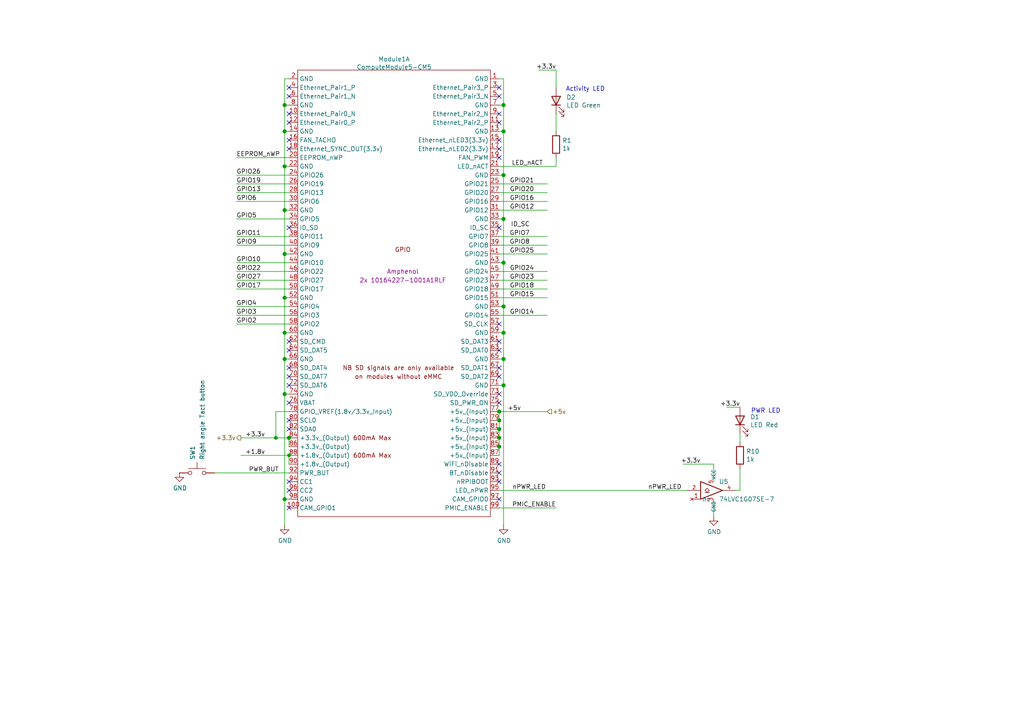
<source format=kicad_sch>
(kicad_sch (version 20231120) (generator "eeschema") (generator_version "8.0")
  (paper "A4")
  (title_block (title "Compute Module 5 IO Board - GPIO - Ethernet") (rev "1") (company "Copyright © 2024 Raspberry Pi Ltd.") (comment 1 "www.raspberrypi.com"))
  (lib_symbols
    (symbol "CM5IO:74LVC1G07_copy"
      (property "Reference" "U" (at -2.54 3.81 0))
      (property "Value" "74LVC1G07_copy" (at 0 -3.81 0))
      (symbol "74LVC1G07_copy_0_1"
        (polyline (pts (xy -2.54 -0.635) (xy -1.27 -0.635)))
        (polyline (pts (xy -3.81 2.54) (xy -3.81 -2.54) (xy 2.54 0) (xy -3.81 2.54)) (stroke (width 0.254)))
        (polyline (pts (xy -1.905 0.635) (xy -2.54 0) (xy -1.905 -0.635) (xy -1.27 0) (xy -1.905 0.635)))
      )
      (symbol "74LVC1G07_copy_1_1"
        (pin no_connect line (at -6.35 -2.54 0) (length 2.54) (name "nc") (number "1"))
        (pin input line (at -7.62 0 0) (length 3.81) (name "~") (number "2"))
        (pin power_in line (at 0 -2.54 270) (length 0) (name "GND") (number "3"))
        (pin open_collector line (at 6.35 0 180) (length 3.81) (name "~") (number "4"))
        (pin power_in line (at 0 2.54 90) (length 0) (name "VCC") (number "5"))
      )
    )
    (symbol "CM5IO:ComputeModule5-CM5"
      (property "Reference" "Module" (at 113.03 -68.58 0))
      (property "Value" "ComputeModule5-CM5" (at 140.97 2.54 0))
      (property "Field4" "Amphenol" (at 0 0 0))
      (property "Field5" "2x 10164227-1001A1RLF" (at 0 -2.54 0))
      (symbol "ComputeModule5-CM5_1_0"
        (text "GPIO" (at 0 6.35 0) (effects (font (size 1.27 1.27))))
      )
      (symbol "ComputeModule5-CM5_1_1"
        (rectangle (start -30.48 -71.12) (end 25.4 58.42))
        (text "600mA Max" (at -8.89 -53.34 0) (effects (font (size 1.27 1.27))))
        (text "600mA Max" (at -8.89 -48.26 0) (effects (font (size 1.27 1.27))))
        (text "NB SD signals are only available" (at -1.27 -27.94 0) (effects (font (size 1.27 1.27))))
        (text "on modules without eMMC" (at -1.27 -30.48 0) (effects (font (size 1.27 1.27))))
        (pin power_in line (at 27.94 55.88 180) (length 2.54) (name "GND") (number "1"))
        (pin passive line (at -33.02 45.72 0) (length 2.54) (name "Ethernet_Pair0_N") (number "10"))
        (pin passive line (at -33.02 -68.58 0) (length 2.54) (name "CAM_GPIO1") (number "100"))
        (pin passive line (at 27.94 43.18 180) (length 2.54) (name "Ethernet_Pair2_P") (number "11"))
        (pin passive line (at -33.02 43.18 0) (length 2.54) (name "Ethernet_Pair0_P") (number "12"))
        (pin power_in line (at 27.94 40.64 180) (length 2.54) (name "GND") (number "13"))
        (pin power_in line (at -33.02 40.64 0) (length 2.54) (name "GND") (number "14"))
        (pin output line (at 27.94 38.1 180) (length 2.54) (name "Ethernet_nLED3(3.3v)") (number "15"))
        (pin input line (at -33.02 38.1 0) (length 2.54) (name "FAN_TACHO") (number "16"))
        (pin output line (at 27.94 35.56 180) (length 2.54) (name "Ethernet_nLED2(3.3v)") (number "17"))
        (pin input line (at -33.02 35.56 0) (length 2.54) (name "Ethernet_SYNC_OUT(3.3v)") (number "18"))
        (pin output line (at 27.94 33.02 180) (length 2.54) (name "FAN_PWM") (number "19"))
        (pin power_in line (at -33.02 55.88 0) (length 2.54) (name "GND") (number "2"))
        (pin passive line (at -33.02 33.02 0) (length 2.54) (name "EEPROM_nWP") (number "20"))
        (pin open_collector line (at 27.94 30.48 180) (length 2.54) (name "LED_nACT") (number "21"))
        (pin power_in line (at -33.02 30.48 0) (length 2.54) (name "GND") (number "22"))
        (pin power_in line (at 27.94 27.94 180) (length 2.54) (name "GND") (number "23"))
        (pin passive line (at -33.02 27.94 0) (length 2.54) (name "GPIO26") (number "24"))
        (pin passive line (at 27.94 25.4 180) (length 2.54) (name "GPIO21") (number "25"))
        (pin passive line (at -33.02 25.4 0) (length 2.54) (name "GPIO19") (number "26"))
        (pin passive line (at 27.94 22.86 180) (length 2.54) (name "GPIO20") (number "27"))
        (pin passive line (at -33.02 22.86 0) (length 2.54) (name "GPIO13") (number "28"))
        (pin passive line (at 27.94 20.32 180) (length 2.54) (name "GPIO16") (number "29"))
        (pin passive line (at 27.94 53.34 180) (length 2.54) (name "Ethernet_Pair3_P") (number "3"))
        (pin passive line (at -33.02 20.32 0) (length 2.54) (name "GPIO6") (number "30"))
        (pin passive line (at 27.94 17.78 180) (length 2.54) (name "GPIO12") (number "31"))
        (pin power_in line (at -33.02 17.78 0) (length 2.54) (name "GND") (number "32"))
        (pin power_in line (at 27.94 15.24 180) (length 2.54) (name "GND") (number "33"))
        (pin passive line (at -33.02 15.24 0) (length 2.54) (name "GPIO5") (number "34"))
        (pin passive line (at 27.94 12.7 180) (length 2.54) (name "ID_SC") (number "35"))
        (pin passive line (at -33.02 12.7 0) (length 2.54) (name "ID_SD") (number "36"))
        (pin passive line (at 27.94 10.16 180) (length 2.54) (name "GPIO7") (number "37"))
        (pin passive line (at -33.02 10.16 0) (length 2.54) (name "GPIO11") (number "38"))
        (pin passive line (at 27.94 7.62 180) (length 2.54) (name "GPIO8") (number "39"))
        (pin passive line (at -33.02 53.34 0) (length 2.54) (name "Ethernet_Pair1_P") (number "4"))
        (pin passive line (at -33.02 7.62 0) (length 2.54) (name "GPIO9") (number "40"))
        (pin passive line (at 27.94 5.08 180) (length 2.54) (name "GPIO25") (number "41"))
        (pin power_in line (at -33.02 5.08 0) (length 2.54) (name "GND") (number "42"))
        (pin power_in line (at 27.94 2.54 180) (length 2.54) (name "GND") (number "43"))
        (pin passive line (at -33.02 2.54 0) (length 2.54) (name "GPIO10") (number "44"))
        (pin passive line (at 27.94 0 180) (length 2.54) (name "GPIO24") (number "45"))
        (pin passive line (at -33.02 0 0) (length 2.54) (name "GPIO22") (number "46"))
        (pin passive line (at 27.94 -2.54 180) (length 2.54) (name "GPIO23") (number "47"))
        (pin passive line (at -33.02 -2.54 0) (length 2.54) (name "GPIO27") (number "48"))
        (pin passive line (at 27.94 -5.08 180) (length 2.54) (name "GPIO18") (number "49"))
        (pin passive line (at 27.94 50.8 180) (length 2.54) (name "Ethernet_Pair3_N") (number "5"))
        (pin passive line (at -33.02 -5.08 0) (length 2.54) (name "GPIO17") (number "50"))
        (pin passive line (at 27.94 -7.62 180) (length 2.54) (name "GPIO15") (number "51"))
        (pin power_in line (at -33.02 -7.62 0) (length 2.54) (name "GND") (number "52"))
        (pin power_in line (at 27.94 -10.16 180) (length 2.54) (name "GND") (number "53"))
        (pin passive line (at -33.02 -10.16 0) (length 2.54) (name "GPIO4") (number "54"))
        (pin passive line (at 27.94 -12.7 180) (length 2.54) (name "GPIO14") (number "55"))
        (pin passive line (at -33.02 -12.7 0) (length 2.54) (name "GPIO3") (number "56"))
        (pin passive line (at 27.94 -15.24 180) (length 2.54) (name "SD_CLK") (number "57"))
        (pin passive line (at -33.02 -15.24 0) (length 2.54) (name "GPIO2") (number "58"))
        (pin power_in line (at 27.94 -17.78 180) (length 2.54) (name "GND") (number "59"))
        (pin passive line (at -33.02 50.8 0) (length 2.54) (name "Ethernet_Pair1_N") (number "6"))
        (pin power_in line (at -33.02 -17.78 0) (length 2.54) (name "GND") (number "60"))
        (pin passive line (at 27.94 -20.32 180) (length 2.54) (name "SD_DAT3") (number "61"))
        (pin passive line (at -33.02 -20.32 0) (length 2.54) (name "SD_CMD") (number "62"))
        (pin passive line (at 27.94 -22.86 180) (length 2.54) (name "SD_DAT0") (number "63"))
        (pin passive line (at -33.02 -22.86 0) (length 2.54) (name "SD_DAT5") (number "64"))
        (pin power_in line (at 27.94 -25.4 180) (length 2.54) (name "GND") (number "65"))
        (pin power_in line (at -33.02 -25.4 0) (length 2.54) (name "GND") (number "66"))
        (pin passive line (at 27.94 -27.94 180) (length 2.54) (name "SD_DAT1") (number "67"))
        (pin passive line (at -33.02 -27.94 0) (length 2.54) (name "SD_DAT4") (number "68"))
        (pin passive line (at 27.94 -30.48 180) (length 2.54) (name "SD_DAT2") (number "69"))
        (pin power_in line (at 27.94 48.26 180) (length 2.54) (name "GND") (number "7"))
        (pin passive line (at -33.02 -30.48 0) (length 2.54) (name "SD_DAT7") (number "70"))
        (pin power_in line (at 27.94 -33.02 180) (length 2.54) (name "GND") (number "71"))
        (pin passive line (at -33.02 -33.02 0) (length 2.54) (name "SD_DAT6") (number "72"))
        (pin input line (at 27.94 -35.56 180) (length 2.54) (name "SD_VDD_Override") (number "73"))
        (pin power_in line (at -33.02 -35.56 0) (length 2.54) (name "GND") (number "74"))
        (pin output line (at 27.94 -38.1 180) (length 2.54) (name "SD_PWR_ON") (number "75"))
        (pin passive line (at -33.02 -38.1 0) (length 2.54) (name "VBAT") (number "76"))
        (pin power_in line (at 27.94 -40.64 180) (length 2.54) (name "+5v_(Input)") (number "77"))
        (pin power_in line (at -33.02 -40.64 0) (length 2.54) (name "GPIO_VREF(1.8v/3.3v_Input)") (number "78"))
        (pin power_in line (at 27.94 -43.18 180) (length 2.54) (name "+5v_(Input)") (number "79"))
        (pin power_in line (at -33.02 48.26 0) (length 2.54) (name "GND") (number "8"))
        (pin passive line (at -33.02 -43.18 0) (length 2.54) (name "SCL0") (number "80"))
        (pin power_in line (at 27.94 -45.72 180) (length 2.54) (name "+5v_(Input)") (number "81"))
        (pin passive line (at -33.02 -45.72 0) (length 2.54) (name "SDA0") (number "82"))
        (pin power_in line (at 27.94 -48.26 180) (length 2.54) (name "+5v_(Input)") (number "83"))
        (pin power_out line (at -33.02 -48.26 0) (length 2.54) (name "+3.3v_(Output)") (number "84"))
        (pin power_in line (at 27.94 -50.8 180) (length 2.54) (name "+5v_(Input)") (number "85"))
        (pin passive line (at -33.02 -50.8 0) (length 2.54) (name "+3.3v_(Output)") (number "86"))
        (pin power_in line (at 27.94 -53.34 180) (length 2.54) (name "+5v_(Input)") (number "87"))
        (pin power_out line (at -33.02 -53.34 0) (length 2.54) (name "+1.8v_(Output)") (number "88"))
        (pin input line (at 27.94 -55.88 180) (length 2.54) (name "WiFi_nDisable") (number "89"))
        (pin passive line (at 27.94 45.72 180) (length 2.54) (name "Ethernet_Pair2_N") (number "9"))
        (pin passive line (at -33.02 -55.88 0) (length 2.54) (name "+1.8v_(Output)") (number "90"))
        (pin input line (at 27.94 -58.42 180) (length 2.54) (name "BT_nDisable") (number "91"))
        (pin passive line (at -33.02 -58.42 0) (length 2.54) (name "PWR_BUT") (number "92"))
        (pin input line (at 27.94 -60.96 180) (length 2.54) (name "nRPIBOOT") (number "93"))
        (pin passive line (at -33.02 -60.96 0) (length 2.54) (name "CC1") (number "94"))
        (pin output line (at 27.94 -63.5 180) (length 2.54) (name "LED_nPWR") (number "95"))
        (pin passive line (at -33.02 -63.5 0) (length 2.54) (name "CC2") (number "96"))
        (pin passive line (at 27.94 -66.04 180) (length 2.54) (name "CAM_GPIO0") (number "97"))
        (pin power_in line (at -33.02 -66.04 0) (length 2.54) (name "GND") (number "98"))
        (pin input line (at 27.94 -68.58 180) (length 2.54) (name "PMIC_ENABLE") (number "99"))
      )
      (symbol "ComputeModule5-CM5_2_1"
        (rectangle (start 114.3 -66.04) (end 165.1 63.5))
        (text "High Speed Serial" (at 140.97 0 0) (effects (font (size 1.27 1.27))))
        (pin input line (at 170.18 60.96 180) (length 5.08) (name "USB_OTG_ID") (number "101"))
        (pin input line (at 109.22 60.96 0) (length 5.08) (name "PCIe_nCLKREQ") (number "102"))
        (pin passive line (at 170.18 58.42 180) (length 5.08) (name "USB2_N") (number "103"))
        (pin input line (at 109.22 58.42 0) (length 5.08) (name "PCIE_nWAKE") (number "104"))
        (pin passive line (at 170.18 55.88 180) (length 5.08) (name "USB2_P") (number "105"))
        (pin output line (at 109.22 55.88 0) (length 5.08) (name "PCIE_PWR_EN") (number "106"))
        (pin power_in line (at 170.18 53.34 180) (length 5.08) (name "GND") (number "107"))
        (pin power_in line (at 109.22 53.34 0) (length 5.08) (name "GND") (number "108"))
        (pin output line (at 170.18 50.8 180) (length 5.08) (name "PCIe_nRST") (number "109"))
        (pin output line (at 109.22 50.8 0) (length 5.08) (name "PCIe_CLK_P") (number "110"))
        (pin output line (at 170.18 48.26 180) (length 5.08) (name "VBUS_EN") (number "111"))
        (pin output line (at 109.22 48.26 0) (length 5.08) (name "PCIe_CLK_N") (number "112"))
        (pin power_in line (at 170.18 45.72 180) (length 5.08) (name "GND") (number "113"))
        (pin power_in line (at 109.22 45.72 0) (length 5.08) (name "GND") (number "114"))
        (pin input line (at 170.18 43.18 180) (length 5.08) (name "MIPI0_D0_N") (number "115"))
        (pin input line (at 109.22 43.18 0) (length 5.08) (name "PCIe_RX_P") (number "116"))
        (pin input line (at 170.18 40.64 180) (length 5.08) (name "MIPI0_D0_P") (number "117"))
        (pin input line (at 109.22 40.64 0) (length 5.08) (name "PCIe_RX_N") (number "118"))
        (pin power_in line (at 170.18 38.1 180) (length 5.08) (name "GND") (number "119"))
        (pin power_in line (at 109.22 38.1 0) (length 5.08) (name "GND") (number "120"))
        (pin input line (at 170.18 35.56 180) (length 5.08) (name "MIPI0_D1_N") (number "121"))
        (pin output line (at 109.22 35.56 0) (length 5.08) (name "PCIe_TX_P") (number "122"))
        (pin input line (at 170.18 33.02 180) (length 5.08) (name "MIPI0_D1_P") (number "123"))
        (pin output line (at 109.22 33.02 0) (length 5.08) (name "PCIe_TX_N") (number "124"))
        (pin power_in line (at 170.18 30.48 180) (length 5.08) (name "GND") (number "125"))
        (pin power_in line (at 109.22 30.48 0) (length 5.08) (name "GND") (number "126"))
        (pin input line (at 170.18 27.94 180) (length 5.08) (name "MIPI0_C_N") (number "127"))
        (pin input line (at 109.22 27.94 0) (length 5.08) (name "USB3-0-RX_N") (number "128"))
        (pin input line (at 170.18 25.4 180) (length 5.08) (name "MIPI0_C_P") (number "129"))
        (pin input line (at 109.22 25.4 0) (length 5.08) (name "USB3-0-RX_P") (number "130"))
        (pin power_in line (at 170.18 22.86 180) (length 5.08) (name "GND") (number "131"))
        (pin power_in line (at 109.22 22.86 0) (length 5.08) (name "GND") (number "132"))
        (pin input line (at 170.18 20.32 180) (length 5.08) (name "MIPI0_D2_N") (number "133"))
        (pin passive line (at 109.22 20.32 0) (length 5.08) (name "USB3-0-D_P") (number "134"))
        (pin input line (at 170.18 17.78 180) (length 5.08) (name "MIPI0_D2_P") (number "135"))
        (pin passive line (at 109.22 17.78 0) (length 5.08) (name "USB3-0-D_N") (number "136"))
        (pin power_in line (at 170.18 15.24 180) (length 5.08) (name "GND") (number "137"))
        (pin power_in line (at 109.22 15.24 0) (length 5.08) (name "GND") (number "138"))
        (pin input line (at 170.18 12.7 180) (length 5.08) (name "MIPI0_D3_N") (number "139"))
        (pin output line (at 109.22 12.7 0) (length 5.08) (name "USB3-0-TX_N") (number "140"))
        (pin input line (at 170.18 10.16 180) (length 5.08) (name "MIPI0_D3_P") (number "141"))
        (pin output line (at 109.22 10.16 0) (length 5.08) (name "USB3-0-TX_P") (number "142"))
        (pin input line (at 170.18 7.62 180) (length 5.08) (name "HDMI1_HOTPLUG") (number "143"))
        (pin power_in line (at 109.22 7.62 0) (length 5.08) (name "GND") (number "144"))
        (pin bidirectional line (at 170.18 5.08 180) (length 5.08) (name "HDMI1_SDA") (number "145"))
        (pin output line (at 109.22 5.08 0) (length 5.08) (name "HDMI1_TX2_P") (number "146"))
        (pin open_collector line (at 170.18 2.54 180) (length 5.08) (name "HDMI1_SCL") (number "147"))
        (pin output line (at 109.22 2.54 0) (length 5.08) (name "HDMI1_TX2_N") (number "148"))
        (pin open_collector line (at 170.18 0 180) (length 5.08) (name "HDMI1_CEC") (number "149"))
        (pin power_in line (at 109.22 0 0) (length 5.08) (name "GND") (number "150"))
        (pin open_collector line (at 170.18 -2.54 180) (length 5.08) (name "HDMI0_CEC") (number "151"))
        (pin output line (at 109.22 -2.54 0) (length 5.08) (name "HDMI1_TX1_P") (number "152"))
        (pin input line (at 170.18 -5.08 180) (length 5.08) (name "HDMI0_HOTPLUG") (number "153"))
        (pin output line (at 109.22 -5.08 0) (length 5.08) (name "HDMI1_TX1_N") (number "154"))
        (pin power_in line (at 170.18 -7.62 180) (length 5.08) (name "GND") (number "155"))
        (pin power_in line (at 109.22 -7.62 0) (length 5.08) (name "GND") (number "156"))
        (pin input line (at 170.18 -10.16 180) (length 5.08) (name "USB3-1-RX_N") (number "157"))
        (pin output line (at 109.22 -10.16 0) (length 5.08) (name "HDMI1_TX0_P") (number "158"))
        (pin input line (at 170.18 -12.7 180) (length 5.08) (name "USB3-1-RX_P") (number "159"))
        (pin output line (at 109.22 -12.7 0) (length 5.08) (name "HDMI1_TX0_N") (number "160"))
        (pin power_in line (at 170.18 -15.24 180) (length 5.08) (name "GND") (number "161"))
        (pin power_in line (at 109.22 -15.24 0) (length 5.08) (name "GND") (number "162"))
        (pin passive line (at 170.18 -17.78 180) (length 5.08) (name "USB3-1-D_P") (number "163"))
        (pin output line (at 109.22 -17.78 0) (length 5.08) (name "HDMI1_CLK_P") (number "164"))
        (pin passive line (at 170.18 -20.32 180) (length 5.08) (name "USB3-1-D_N") (number "165"))
        (pin output line (at 109.22 -20.32 0) (length 5.08) (name "HDMI1_CLK_N") (number "166"))
        (pin power_in line (at 170.18 -22.86 180) (length 5.08) (name "GND") (number "167"))
        (pin power_in line (at 109.22 -22.86 0) (length 5.08) (name "GND") (number "168"))
        (pin output line (at 170.18 -25.4 180) (length 5.08) (name "USB3-1-TX_N") (number "169"))
        (pin output line (at 109.22 -25.4 0) (length 5.08) (name "HDMI0_TX2_P") (number "170"))
        (pin output line (at 170.18 -27.94 180) (length 5.08) (name "USB3-1-TX_P") (number "171"))
        (pin output line (at 109.22 -27.94 0) (length 5.08) (name "HDMI0_TX2_N") (number "172"))
        (pin power_in line (at 170.18 -30.48 180) (length 5.08) (name "GND") (number "173"))
        (pin power_in line (at 109.22 -30.48 0) (length 5.08) (name "GND") (number "174"))
        (pin output line (at 170.18 -33.02 180) (length 5.08) (name "MIPI1_D0_N") (number "175"))
        (pin output line (at 109.22 -33.02 0) (length 5.08) (name "HDMI0_TX1_P") (number "176"))
        (pin output line (at 170.18 -35.56 180) (length 5.08) (name "MIPI1_D0_P") (number "177"))
        (pin output line (at 109.22 -35.56 0) (length 5.08) (name "HDMI0_TX1_N") (number "178"))
        (pin power_in line (at 170.18 -38.1 180) (length 5.08) (name "GND") (number "179"))
        (pin power_in line (at 109.22 -38.1 0) (length 5.08) (name "GND") (number "180"))
        (pin output line (at 170.18 -40.64 180) (length 5.08) (name "MIPI1_D1_N") (number "181"))
        (pin output line (at 109.22 -40.64 0) (length 5.08) (name "HDMI0_TX0_P") (number "182"))
        (pin output line (at 170.18 -43.18 180) (length 5.08) (name "MIPI1_D1_P") (number "183"))
        (pin output line (at 109.22 -43.18 0) (length 5.08) (name "HDMI0_TX0_N") (number "184"))
        (pin power_in line (at 170.18 -45.72 180) (length 5.08) (name "GND") (number "185"))
        (pin power_in line (at 109.22 -45.72 0) (length 5.08) (name "GND") (number "186"))
        (pin output line (at 170.18 -48.26 180) (length 5.08) (name "MIPI1_C_N") (number "187"))
        (pin output line (at 109.22 -48.26 0) (length 5.08) (name "HDMI0_CLK_P") (number "188"))
        (pin output line (at 170.18 -50.8 180) (length 5.08) (name "MIPI1_C_P") (number "189"))
        (pin output line (at 109.22 -50.8 0) (length 5.08) (name "HDMI0_CLK_N") (number "190"))
        (pin power_in line (at 170.18 -53.34 180) (length 5.08) (name "GND") (number "191"))
        (pin power_in line (at 109.22 -53.34 0) (length 5.08) (name "GND") (number "192"))
        (pin output line (at 170.18 -55.88 180) (length 5.08) (name "MIPI1_D2_N") (number "193"))
        (pin output line (at 109.22 -55.88 0) (length 5.08) (name "MIPI1_D3_N") (number "194"))
        (pin output line (at 170.18 -58.42 180) (length 5.08) (name "MIPI1_D2_P") (number "195"))
        (pin output line (at 109.22 -58.42 0) (length 5.08) (name "MIPI1_D3_P") (number "196"))
        (pin power_in line (at 170.18 -60.96 180) (length 5.08) (name "GND") (number "197"))
        (pin power_in line (at 109.22 -60.96 0) (length 5.08) (name "GND") (number "198"))
        (pin bidirectional line (at 170.18 -63.5 180) (length 5.08) (name "HDMI0_SDA") (number "199"))
        (pin open_collector line (at 109.22 -63.5 0) (length 5.08) (name "HDMI0_SCL") (number "200"))
      )
    )
    (symbol "Device:LED" (pin_numbers hide) (pin_names (offset 1.016) hide)
      (property "Reference" "D" (at 0 2.54 0))
      (property "Value" "LED" (at 0 -2.54 0))
      (symbol "LED_0_1"
        (polyline (pts (xy -1.27 -1.27) (xy -1.27 1.27)) (stroke (width 0.254)))
        (polyline (pts (xy -1.27 0) (xy 1.27 0)))
        (polyline (pts (xy 1.27 -1.27) (xy 1.27 1.27) (xy -1.27 0) (xy 1.27 -1.27)) (stroke (width 0.254)))
        (polyline (pts (xy -3.048 -0.762) (xy -4.572 -2.286) (xy -3.81 -2.286) (xy -4.572 -2.286) (xy -4.572 -1.524)))
        (polyline (pts (xy -1.778 -0.762) (xy -3.302 -2.286) (xy -2.54 -2.286) (xy -3.302 -2.286) (xy -3.302 -1.524)))
      )
      (symbol "LED_1_1"
        (pin passive line (at -3.81 0 0) (length 2.54) (name "K") (number "1"))
        (pin passive line (at 3.81 0 180) (length 2.54) (name "A") (number "2"))
      )
    )
    (symbol "Device:R" (pin_numbers hide) (pin_names (offset 0))
      (property "Reference" "R" (at 2.032 0 90))
      (property "Value" "R" (at 0 0 90))
      (symbol "R_0_1"
        (rectangle (start -1.016 -2.54) (end 1.016 2.54) (stroke (width 0.254)))
      )
      (symbol "R_1_1"
        (pin passive line (at 0 3.81 270) (length 1.27) (name "~") (number "1"))
        (pin passive line (at 0 -3.81 90) (length 1.27) (name "~") (number "2"))
      )
    )
    (symbol "LED_1" (pin_numbers hide) (pin_names (offset 1.016) hide)
      (property "Reference" "D" (at 0 2.54 0))
      (property "Value" "LED" (at 0 -2.54 0))
      (symbol "LED_1_0_1"
        (polyline (pts (xy -1.27 -1.27) (xy -1.27 1.27)) (stroke (width 0.254)))
        (polyline (pts (xy -1.27 0) (xy 1.27 0)))
        (polyline (pts (xy 1.27 -1.27) (xy 1.27 1.27) (xy -1.27 0) (xy 1.27 -1.27)) (stroke (width 0.254)))
        (polyline (pts (xy -3.048 -0.762) (xy -4.572 -2.286) (xy -3.81 -2.286) (xy -4.572 -2.286) (xy -4.572 -1.524)))
        (polyline (pts (xy -1.778 -0.762) (xy -3.302 -2.286) (xy -2.54 -2.286) (xy -3.302 -2.286) (xy -3.302 -1.524)))
      )
      (symbol "LED_1_1_1"
        (pin passive line (at -3.81 0 0) (length 2.54) (name "K") (number "1"))
        (pin passive line (at 3.81 0 180) (length 2.54) (name "A") (number "2"))
      )
    )
    (symbol "Switch:SW_Push" (pin_numbers hide) (pin_names (offset 1.016) hide)
      (property "Reference" "SW" (at 1.27 2.54 0))
      (property "Value" "SW_Push" (at 0 -1.524 0))
      (symbol "SW_Push_0_1"
        (circle (center -2.032 0) (radius 0.508))
        (polyline (pts (xy 0 1.27) (xy 0 3.048)))
        (polyline (pts (xy 2.54 1.27) (xy -2.54 1.27)))
        (circle (center 2.032 0) (radius 0.508))
        (pin passive line (at -5.08 0 0) (length 2.54) (name "1") (number "1"))
        (pin passive line (at 5.08 0 180) (length 2.54) (name "2") (number "2"))
      )
    )
    (symbol "power:GND" (power) (pin_numbers hide) (pin_names (offset 0) hide)
      (property "Value" "GND" (at 0 -3.81 0))
      (symbol "GND_0_1"
        (polyline (pts (xy 0 0) (xy 0 -1.27) (xy 1.27 -1.27) (xy 0 -2.54) (xy -1.27 -1.27) (xy 0 -1.27)))
      )
      (symbol "GND_1_1"
        (pin power_in line (at 0 0 270) (length 0) (name "~") (number "1"))
      )
    )
  )
  (junction (at 146.05 38.1) (diameter 1.016))
  (junction (at 146.05 30.48) (diameter 1.016))
  (junction (at 146.05 104.14) (diameter 1.016))
  (junction (at 82.55 114.3) (diameter 1.016))
  (junction (at 82.55 48.26) (diameter 1.016))
  (junction (at 144.78 127) (diameter 1.016))
  (junction (at 82.55 73.66) (diameter 1.016))
  (junction (at 144.78 124.46) (diameter 1.016))
  (junction (at 82.55 144.78) (diameter 1.016))
  (junction (at 82.55 60.96) (diameter 1.016))
  (junction (at 146.05 63.5) (diameter 1.016))
  (junction (at 82.55 96.52) (diameter 1.016))
  (junction (at 144.78 119.38) (diameter 1.016))
  (junction (at 146.05 96.52) (diameter 1.016))
  (junction (at 146.05 88.9) (diameter 1.016))
  (junction (at 80.01 127))
  (junction (at 82.55 86.36) (diameter 1.016))
  (junction (at 144.78 121.92) (diameter 1.016))
  (junction (at 82.55 38.1) (diameter 1.016))
  (junction (at 83.82 127) (diameter 1.016))
  (junction (at 82.55 104.14) (diameter 1.016))
  (junction (at 82.55 30.48) (diameter 1.016))
  (junction (at 144.78 129.54) (diameter 1.016))
  (junction (at 146.05 111.76) (diameter 1.016))
  (junction (at 146.05 50.8) (diameter 1.016))
  (junction (at 146.05 76.2) (diameter 1.016))
  (junction (at 83.82 132.08))
  (no_connect (at 83.82 33.02))
  (no_connect (at 144.78 101.6))
  (no_connect (at 83.82 99.06))
  (no_connect (at 144.78 137.16))
  (no_connect (at 83.82 142.24))
  (no_connect (at 83.82 121.92))
  (no_connect (at 144.78 99.06))
  (no_connect (at 83.82 139.7))
  (no_connect (at 83.82 147.32))
  (no_connect (at 83.82 109.22))
  (no_connect (at 144.78 27.94))
  (no_connect (at 144.78 45.72))
  (no_connect (at 144.78 114.3))
  (no_connect (at 144.78 116.84))
  (no_connect (at 83.82 27.94))
  (no_connect (at 144.78 66.04))
  (no_connect (at 83.82 101.6))
  (no_connect (at 144.78 139.7))
  (no_connect (at 144.78 106.68))
  (no_connect (at 83.82 25.4))
  (no_connect (at 83.82 43.18))
  (no_connect (at 83.82 106.68))
  (no_connect (at 83.82 124.46))
  (no_connect (at 144.78 33.02))
  (no_connect (at 144.78 144.78))
  (no_connect (at 144.78 109.22))
  (no_connect (at 144.78 93.98))
  (no_connect (at 144.78 35.56))
  (no_connect (at 144.78 40.64))
  (no_connect (at 83.82 116.84))
  (no_connect (at 83.82 111.76))
  (no_connect (at 83.82 40.64))
  (no_connect (at 144.78 134.62))
  (no_connect (at 144.78 43.18))
  (no_connect (at 83.82 35.56))
  (no_connect (at 83.82 66.04))
  (no_connect (at 144.78 25.4))
  (wire (pts (xy 144.78 104.14) (xy 146.05 104.14)))
  (wire (pts (xy 68.58 91.44) (xy 83.82 91.44)))
  (wire (pts (xy 83.82 134.62) (xy 83.82 132.08)))
  (wire (pts (xy 68.58 45.72) (xy 83.82 45.72)))
  (wire (pts (xy 144.78 96.52) (xy 146.05 96.52)))
  (wire (pts (xy 146.05 104.14) (xy 146.05 111.76)))
  (wire (pts (xy 83.82 129.54) (xy 83.82 127)))
  (wire (pts (xy 144.78 119.38) (xy 158.75 119.38)))
  (wire (pts (xy 146.05 38.1) (xy 146.05 50.8)))
  (wire (pts (xy 68.58 93.98) (xy 83.82 93.98)))
  (wire (pts (xy 68.58 78.74) (xy 83.82 78.74)))
  (wire (pts (xy 144.78 30.48) (xy 146.05 30.48)))
  (wire (pts (xy 144.78 91.44) (xy 158.75 91.44)))
  (wire (pts (xy 68.58 83.82) (xy 83.82 83.82)))
  (wire (pts (xy 68.58 81.28) (xy 83.82 81.28)))
  (wire (pts (xy 83.82 38.1) (xy 82.55 38.1)))
  (wire (pts (xy 68.58 68.58) (xy 83.82 68.58)))
  (wire (pts (xy 144.78 88.9) (xy 146.05 88.9)))
  (wire (pts (xy 83.82 22.86) (xy 82.55 22.86)))
  (wire (pts (xy 146.05 22.86) (xy 146.05 30.48)))
  (wire (pts (xy 146.05 30.48) (xy 146.05 38.1)))
  (wire (pts (xy 82.55 144.78) (xy 82.55 152.4)))
  (wire (pts (xy 207.01 144.78) (xy 207.01 149.86)))
  (wire (pts (xy 144.78 58.42) (xy 158.75 58.42)))
  (wire (pts (xy 207.01 139.7) (xy 207.01 134.62)))
  (wire (pts (xy 144.78 81.28) (xy 158.75 81.28)))
  (wire (pts (xy 146.05 96.52) (xy 146.05 104.14)))
  (wire (pts (xy 82.55 73.66) (xy 82.55 86.36)))
  (wire (pts (xy 146.05 50.8) (xy 146.05 63.5)))
  (wire (pts (xy 68.58 76.2) (xy 83.82 76.2)))
  (wire (pts (xy 80.01 127) (xy 83.82 127)))
  (wire (pts (xy 144.78 142.24) (xy 199.39 142.24)))
  (wire (pts (xy 83.82 30.48) (xy 82.55 30.48)))
  (wire (pts (xy 144.78 129.54) (xy 144.78 132.08)))
  (wire (pts (xy 68.58 50.8) (xy 83.82 50.8)))
  (wire (pts (xy 80.01 119.38) (xy 80.01 127)))
  (wire (pts (xy 144.78 121.92) (xy 144.78 124.46)))
  (wire (pts (xy 144.78 76.2) (xy 146.05 76.2)))
  (wire (pts (xy 83.82 119.38) (xy 80.01 119.38)))
  (wire (pts (xy 82.55 96.52) (xy 83.82 96.52)))
  (wire (pts (xy 82.55 104.14) (xy 82.55 114.3)))
  (wire (pts (xy 82.55 86.36) (xy 82.55 96.52)))
  (wire (pts (xy 161.29 20.32) (xy 161.29 25.4)))
  (wire (pts (xy 161.29 33.02) (xy 161.29 38.1)))
  (wire (pts (xy 146.05 111.76) (xy 146.05 152.4)))
  (wire (pts (xy 82.55 60.96) (xy 82.55 73.66)))
  (wire (pts (xy 82.55 114.3) (xy 83.82 114.3)))
  (wire (pts (xy 82.55 73.66) (xy 83.82 73.66)))
  (wire (pts (xy 68.58 55.88) (xy 83.82 55.88)))
  (wire (pts (xy 144.78 53.34) (xy 158.75 53.34)))
  (wire (pts (xy 69.85 132.08) (xy 83.82 132.08)))
  (wire (pts (xy 144.78 63.5) (xy 146.05 63.5)))
  (wire (pts (xy 144.78 38.1) (xy 146.05 38.1)))
  (wire (pts (xy 82.55 96.52) (xy 82.55 104.14)))
  (wire (pts (xy 214.63 135.89) (xy 214.63 142.24)))
  (wire (pts (xy 83.82 144.78) (xy 82.55 144.78)))
  (wire (pts (xy 68.58 58.42) (xy 83.82 58.42)))
  (wire (pts (xy 82.55 114.3) (xy 82.55 144.78)))
  (wire (pts (xy 207.01 134.62) (xy 198.12 134.62)))
  (wire (pts (xy 214.63 125.73) (xy 214.63 128.27)))
  (wire (pts (xy 144.78 147.32) (xy 161.29 147.32)))
  (wire (pts (xy 146.05 88.9) (xy 146.05 96.52)))
  (wire (pts (xy 144.78 55.88) (xy 158.75 55.88)))
  (wire (pts (xy 161.29 48.26) (xy 161.29 45.72)))
  (wire (pts (xy 144.78 71.12) (xy 158.75 71.12)))
  (wire (pts (xy 144.78 86.36) (xy 158.75 86.36)))
  (wire (pts (xy 69.85 127) (xy 80.01 127)))
  (wire (pts (xy 144.78 60.96) (xy 158.75 60.96)))
  (wire (pts (xy 144.78 68.58) (xy 158.75 68.58)))
  (wire (pts (xy 214.63 142.24) (xy 213.36 142.24)))
  (wire (pts (xy 82.55 38.1) (xy 82.55 48.26)))
  (wire (pts (xy 144.78 48.26) (xy 161.29 48.26)))
  (wire (pts (xy 68.58 53.34) (xy 83.82 53.34)))
  (wire (pts (xy 214.63 118.11) (xy 210.82 118.11)))
  (wire (pts (xy 144.78 73.66) (xy 158.75 73.66)))
  (wire (pts (xy 82.55 30.48) (xy 82.55 38.1)))
  (wire (pts (xy 144.78 22.86) (xy 146.05 22.86)))
  (wire (pts (xy 144.78 111.76) (xy 146.05 111.76)))
  (wire (pts (xy 68.58 71.12) (xy 83.82 71.12)))
  (wire (pts (xy 68.58 88.9) (xy 83.82 88.9)))
  (wire (pts (xy 144.78 119.38) (xy 144.78 121.92)))
  (wire (pts (xy 156.21 20.32) (xy 161.29 20.32)))
  (wire (pts (xy 144.78 50.8) (xy 146.05 50.8)))
  (wire (pts (xy 68.58 63.5) (xy 83.82 63.5)))
  (wire (pts (xy 146.05 76.2) (xy 146.05 88.9)))
  (wire (pts (xy 144.78 124.46) (xy 144.78 127)))
  (wire (pts (xy 82.55 48.26) (xy 83.82 48.26)))
  (wire (pts (xy 82.55 22.86) (xy 82.55 30.48)))
  (wire (pts (xy 82.55 86.36) (xy 83.82 86.36)))
  (wire (pts (xy 144.78 127) (xy 144.78 129.54)))
  (wire (pts (xy 144.78 78.74) (xy 158.75 78.74)))
  (wire (pts (xy 82.55 104.14) (xy 83.82 104.14)))
  (wire (pts (xy 82.55 60.96) (xy 83.82 60.96)))
  (wire (pts (xy 62.23 137.16) (xy 83.82 137.16)))
  (wire (pts (xy 144.78 83.82) (xy 158.75 83.82)))
  (wire (pts (xy 146.05 63.5) (xy 146.05 76.2)))
  (wire (pts (xy 82.55 48.26) (xy 82.55 60.96)))
  (text "Activity LED" (at 164.084 26.67 0) (effects (font (size 1.27 1.27)) (justify left bottom)))
  (text "PWR LED" (at 217.805 120.015 0) (effects (font (size 1.27 1.27)) (justify left bottom)))
  (label "GPIO5" (at 68.58 63.5 0))
  (label "GPIO2" (at 68.58 93.98 0))
  (label "GPIO9" (at 68.58 71.12 0))
  (label "GPIO10" (at 68.58 76.2 0))
  (label "GPIO6" (at 68.58 58.42 0))
  (label "GPIO20" (at 154.94 55.88 180))
  (label "GPIO25" (at 154.94 73.66 180))
  (label "GPIO15" (at 154.94 86.36 180))
  (label "GPIO13" (at 68.58 55.88 0))
  (label "GPIO7" (at 153.67 68.58 180))
  (label "GPIO14" (at 154.94 91.44 180))
  (label "GPIO4" (at 68.58 88.9 0))
  (label "+3.3v" (at 161.29 20.32 180))
  (label "GPIO27" (at 68.58 81.28 0))
  (label "EEPROM_nWP" (at 68.58 45.72 0))
  (label "GPIO21" (at 154.94 53.34 180))
  (label "GPIO23" (at 154.94 81.28 180))
  (label "+1.8v" (at 71.12 132.08 0))
  (label "LED_nACT" (at 157.48 48.26 180))
  (label "GPIO16" (at 154.94 58.42 180))
  (label "GPIO12" (at 154.94 60.96 180))
  (label "+3.3v" (at 71.12 127 0))
  (label "GPIO8" (at 153.67 71.12 180))
  (label "GPIO17" (at 68.58 83.82 0))
  (label "nPWR_LED" (at 187.96 142.24 0))
  (label "GPIO18" (at 154.94 83.82 180))
  (label "nPWR_LED" (at 148.59 142.24 0))
  (label "GPIO26" (at 68.58 50.8 0))
  (label "PWR_BUT" (at 72.136 137.16 0))
  (label "+3.3v" (at 203.2 134.62 180))
  (label "GPIO11" (at 68.58 68.58 0))
  (label "GPIO24" (at 154.94 78.74 180))
  (label "ID_SC" (at 153.67 66.04 180))
  (label "+5v" (at 151.13 119.38 180))
  (label "PMIC_ENABLE" (at 161.29 147.32 180))
  (label "+3.3v" (at 214.63 118.11 180))
  (label "GPIO19" (at 68.58 53.34 0))
  (label "GPIO22" (at 68.58 78.74 0))
  (label "GPIO3" (at 68.58 91.44 0))
  (hierarchical_label "+3.3v" (shape output) (at 69.85 127 180))
  (hierarchical_label "+5v" (shape input) (at 158.75 119.38 0))
  (symbol (lib_id "CM5IO:74LVC1G07_copy") (at 207.01 142.24 0) (unit 1)
    (property "Reference" "U5" (at 208.534 139.7 0) (effects (justify left)))
    (property "Value" "74LVC1G07SE-7" (at 208.534 144.78 0) (effects (justify left)))
    (property "Footprint" "Package_TO_SOT_SMD:SOT-353_SC-70-5" (effects (hide yes)))
    (property "Datasheet" "https://www.diodes.com/assets/Datasheets/74LVC1G07.pdf" (effects (hide yes)))
    (property "Field4" "Farnell" (effects (hide yes)))
    (property "Field5" "2425492" (effects (hide yes)))
    (property "Field6" "74LVC1G07SE-7" (effects (hide yes)))
    (property "Field7" "Diodes" (effects (hide yes)))
    (property "Part Description" "Buffer, Non-Inverting 1 Element 1 Bit per Element Open Drain Output SOT-353" (effects (hide yes)))
  )
  (symbol (lib_id "CM5IO:ComputeModule5-CM5") (at 116.84 78.74 0) (unit 1)
    (property "Reference" "Module1" (at 114.3 17.145 0))
    (property "Value" "ComputeModule5-CM5" (at 114.3 19.4564 0))
    (property "Footprint" "CM5IO:Raspberry-Pi-5-Compute-Module" (effects (hide yes)))
    (property "Description" "RaspberryPi Compute module 5" (effects (hide yes)))
    (property "Field4" "Amphenol" (at 116.84 78.74 0))
    (property "Field5" "2x 10164227-1001A1RLF" (at 116.84 81.28 0))
    (property "Field6" "2x 10164227-1001A1RLF" (effects (hide yes)))
    (property "Field7" "Hirose" (effects (hide yes)))
    (property "Part Description" "	100 Position Connector Receptacle, Center Strip Contacts Surface Mount Gold" (effects (hide yes)))
  )
  (symbol (lib_id "power:GND") (at 82.55 152.4 0) (unit 1)
    (property "Reference" "#PWR0104" (effects (hide yes)))
    (property "Value" "GND" (at 82.677 156.7942 0))
    (property "Description" "Power symbol creates a global label with name \"GND\" , ground" (effects (hide yes)))
  )
  (symbol (lib_id "power:GND") (at 146.05 152.4 0) (unit 1)
    (property "Reference" "#PWR0105" (effects (hide yes)))
    (property "Value" "GND" (at 146.177 156.7942 0))
    (property "Description" "Power symbol creates a global label with name \"GND\" , ground" (effects (hide yes)))
  )
  (symbol (lib_id "Device:LED") (at 161.29 29.21 90) (unit 1)
    (property "Reference" "D2" (at 164.2618 28.2194 90) (effects (justify right)))
    (property "Value" "LED Green" (at 164.2618 30.5308 90) (effects (justify right)))
    (property "Footprint" "LED_SMD:LED_0805_2012Metric_Pad1.15x1.40mm_HandSolder" (effects (hide yes)))
    (property "Datasheet" "http://optoelectronics.liteon.com/upload/download/DS22-2000-226/LTST-S270KGKT.pdf" (effects (hide yes)))
    (property "Field4" "Digikey " (effects (hide yes)))
    (property "Field5" "LTST-S270KGKT" (effects (hide yes)))
    (property "Field6" "SML-A12M8TT86N" (effects (hide yes)))
    (property "Field7" "Rohm" (effects (hide yes)))
    (property "Field8" "650263301" (effects (hide yes)))
    (property "Part Description" "	Green 572nm LED Indication - Discrete 2.2V 2-SMD, No Lead" (effects (hide yes)))
  )
  (symbol (lib_id "Device:R") (at 161.29 41.91 0) (unit 1)
    (property "Reference" "R1" (at 163.068 40.7416 0) (effects (justify left)))
    (property "Value" "1k" (at 163.068 43.053 0) (effects (justify left)))
    (property "Footprint" "Resistor_SMD:R_0805_2012Metric_Pad1.20x1.40mm_HandSolder" (effects (hide yes)))
    (property "Datasheet" "https://fscdn.rohm.com/en/products/databook/datasheet/passive/resistor/chip_resistor/mcr-e.pdf" (effects (hide yes)))
    (property "Field4" "Farnell" (effects (hide yes)))
    (property "Field5" "9239235" (effects (hide yes)))
    (property "Field7" "KOA EUROPE GMBH" (effects (hide yes)))
    (property "Field6" "RK73H1ETTP1001F" (effects (hide yes)))
    (property "Part Description" "Resistor 1K M1005 1% 63mW" (effects (hide yes)))
    (property "Field8" "125049511" (effects (hide yes)))
  )
  (symbol (lib_id "power:GND") (at 207.01 149.86 0) (unit 1)
    (property "Reference" "#PWR05" (effects (hide yes)))
    (property "Value" "GND" (at 207.137 154.2542 0))
    (property "Description" "Power symbol creates a global label with name \"GND\" , ground" (effects (hide yes)))
  )
  (symbol (lib_name "LED_1") (lib_id "Device:LED") (at 214.63 121.92 90) (unit 1)
    (property "Reference" "D1" (at 217.6018 120.9294 90) (effects (justify right)))
    (property "Value" "LED Red" (at 217.6018 123.2408 90) (effects (justify right)))
    (property "Footprint" "LED_SMD:LED_0805_2012Metric_Pad1.15x1.40mm_HandSolder" (effects (hide yes)))
    (property "Datasheet" "http://optoelectronics.liteon.com/upload/download/DS22-2000-210/LTST-S270KRKT.pdf" (effects (hide yes)))
    (property "Field4" "Digikey " (effects (hide yes)))
    (property "Field5" "	LTST-S270KRKT" (effects (hide yes)))
    (property "Field6" "SML-A12U8TT86Q" (effects (hide yes)))
    (property "Field7" "Rohm" (effects (hide yes)))
    (property "Field8" "650295101" (effects (hide yes)))
    (property "Part Description" "	Red 620nm LED Indication - Discrete 2.2V 2-SMD, No Lead" (effects (hide yes)))
  )
  (symbol (lib_id "Device:R") (at 214.63 132.08 0) (unit 1)
    (property "Reference" "R10" (at 216.408 130.9116 0) (effects (justify left)))
    (property "Value" "1k" (at 216.408 133.223 0) (effects (justify left)))
    (property "Footprint" "Resistor_SMD:R_0805_2012Metric_Pad1.20x1.40mm_HandSolder" (effects (hide yes)))
    (property "Datasheet" "https://fscdn.rohm.com/en/products/databook/datasheet/passive/resistor/chip_resistor/mcr-e.pdf" (effects (hide yes)))
    (property "Field4" "Farnell" (effects (hide yes)))
    (property "Field5" "9239235" (effects (hide yes)))
    (property "Field7" "KOA EUROPE GMBH" (effects (hide yes)))
    (property "Field6" "RK73H1ETTP1001F" (effects (hide yes)))
    (property "Part Description" "Resistor 1K M1005 1% 63mW" (effects (hide yes)))
    (property "Field8" "125049511" (effects (hide yes)))
  )
  (symbol (lib_id "Switch:SW_Push") (at 57.15 137.16 0) (unit 1)
    (property "Reference" "SW1" (at 55.8799 133.35 90) (effects (justify left)))
    (property "Value" "Right angle Tact button" (at 58.674 133.35 90) (effects (justify left)))
    (property "Footprint" "Button_Switch_SMD:SW_Push_1P1T_NO_CK_KSC7xxJ" (effects (hide yes)))
    (property "Datasheet" "https://www.mouser.co.uk/datasheet/2/240/Littelfuse-3050591.pdf" (effects (hide yes)))
    (property "Description" "Push button switch, generic, two pins" (effects (hide yes)))
    (property "Field5" "PTS645VH58-2LFS" (effects (hide yes)))
    (property "Field6" "PTS645VH58-2LFS" (effects (hide yes)))
    (property "Field7" "CK" (effects (hide yes)))
    (property "Part Description" "Right angle through hole Tact switch" (effects (hide yes)))
  )
  (symbol (lib_id "power:GND") (at 52.07 137.16 0) (unit 1)
    (property "Reference" "#PWR030" (effects (hide yes)))
    (property "Value" "GND" (at 52.197 141.5542 0))
    (property "Description" "Power symbol creates a global label with name \"GND\" , ground" (effects (hide yes)))
  )
)
</source>
